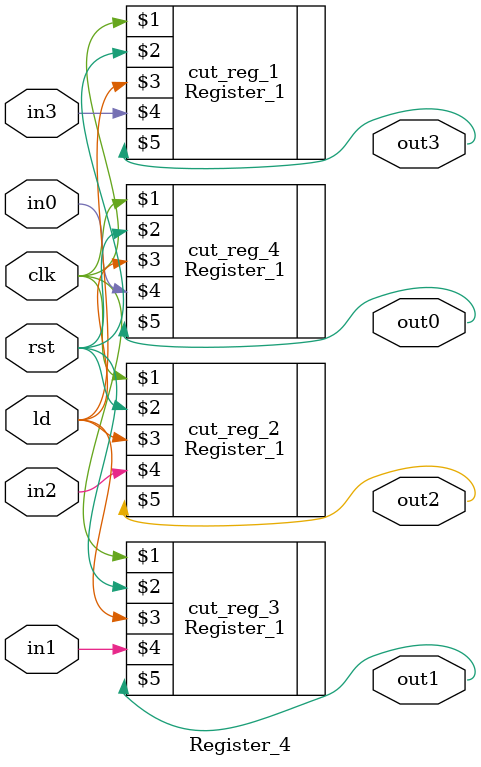
<source format=v>
`timescale 1ns/1ns

module Register_4(input clk , rst , ld ,
                  input in3 , in2 , in1 , in0 ,
                  output out3 , out2 , out1 , out0);
  
  Register_1 cut_reg_1(clk , rst , ld , in3 , out3);
  Register_1 cut_reg_2(clk , rst , ld , in2 , out2);
  Register_1 cut_reg_3(clk , rst , ld , in1 , out1);
  Register_1 cut_reg_4(clk , rst , ld , in0 , out0);
  
endmodule

</source>
